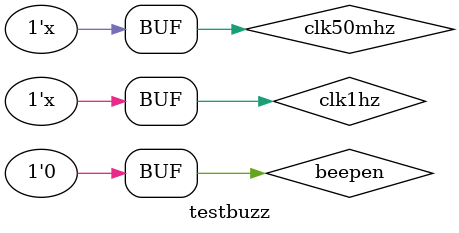
<source format=v>
`timescale 1ns / 1ps


module testbuzz(

    );
    reg beepen;
    wire beep;
    reg clk50mhz;
    reg clk1hz;
    buzz b1(
    .beepen(beepen),
    .b_eep(beep),
    .clk50mhz(clk50mhz),
    .clk1hz(clk1hz)
    );
    initial begin  clk50mhz=0;clk1hz=0;beepen=0; end
    always begin
    #1 clk50mhz=~clk50mhz;
    end
     always begin
    #50000000 clk1hz=~clk1hz;
    end
     always begin
     #1000 beepen = 1; #100 beepen = 0;#1000000000; end
endmodule

</source>
